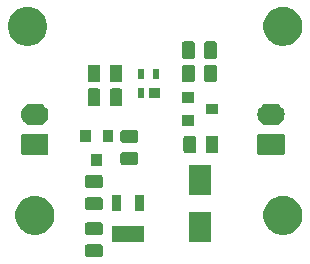
<source format=gbr>
G04 #@! TF.GenerationSoftware,KiCad,Pcbnew,(5.1.5)-3*
G04 #@! TF.CreationDate,2020-06-03T08:16:44+02:00*
G04 #@! TF.ProjectId,LowBatAlarm,4c6f7742-6174-4416-9c61-726d2e6b6963,rev?*
G04 #@! TF.SameCoordinates,Original*
G04 #@! TF.FileFunction,Soldermask,Top*
G04 #@! TF.FilePolarity,Negative*
%FSLAX46Y46*%
G04 Gerber Fmt 4.6, Leading zero omitted, Abs format (unit mm)*
G04 Created by KiCad (PCBNEW (5.1.5)-3) date 2020-06-03 08:16:44*
%MOMM*%
%LPD*%
G04 APERTURE LIST*
%ADD10C,0.100000*%
G04 APERTURE END LIST*
D10*
G36*
X134584468Y-108466065D02*
G01*
X134623138Y-108477796D01*
X134658777Y-108496846D01*
X134690017Y-108522483D01*
X134715654Y-108553723D01*
X134734704Y-108589362D01*
X134746435Y-108628032D01*
X134751000Y-108674388D01*
X134751000Y-109325612D01*
X134746435Y-109371968D01*
X134734704Y-109410638D01*
X134715654Y-109446277D01*
X134690017Y-109477517D01*
X134658777Y-109503154D01*
X134623138Y-109522204D01*
X134584468Y-109533935D01*
X134538112Y-109538500D01*
X133461888Y-109538500D01*
X133415532Y-109533935D01*
X133376862Y-109522204D01*
X133341223Y-109503154D01*
X133309983Y-109477517D01*
X133284346Y-109446277D01*
X133265296Y-109410638D01*
X133253565Y-109371968D01*
X133249000Y-109325612D01*
X133249000Y-108674388D01*
X133253565Y-108628032D01*
X133265296Y-108589362D01*
X133284346Y-108553723D01*
X133309983Y-108522483D01*
X133341223Y-108496846D01*
X133376862Y-108477796D01*
X133415532Y-108466065D01*
X133461888Y-108461500D01*
X134538112Y-108461500D01*
X134584468Y-108466065D01*
G37*
G36*
X143951000Y-108301000D02*
G01*
X142049000Y-108301000D01*
X142049000Y-105699000D01*
X143951000Y-105699000D01*
X143951000Y-108301000D01*
G37*
G36*
X138226000Y-108261000D02*
G01*
X135574000Y-108261000D01*
X135574000Y-106939000D01*
X138226000Y-106939000D01*
X138226000Y-108261000D01*
G37*
G36*
X134584468Y-106591065D02*
G01*
X134623138Y-106602796D01*
X134658777Y-106621846D01*
X134690017Y-106647483D01*
X134715654Y-106678723D01*
X134734704Y-106714362D01*
X134746435Y-106753032D01*
X134751000Y-106799388D01*
X134751000Y-107450612D01*
X134746435Y-107496968D01*
X134734704Y-107535638D01*
X134715654Y-107571277D01*
X134690017Y-107602517D01*
X134658777Y-107628154D01*
X134623138Y-107647204D01*
X134584468Y-107658935D01*
X134538112Y-107663500D01*
X133461888Y-107663500D01*
X133415532Y-107658935D01*
X133376862Y-107647204D01*
X133341223Y-107628154D01*
X133309983Y-107602517D01*
X133284346Y-107571277D01*
X133265296Y-107535638D01*
X133253565Y-107496968D01*
X133249000Y-107450612D01*
X133249000Y-106799388D01*
X133253565Y-106753032D01*
X133265296Y-106714362D01*
X133284346Y-106678723D01*
X133309983Y-106647483D01*
X133341223Y-106621846D01*
X133376862Y-106602796D01*
X133415532Y-106591065D01*
X133461888Y-106586500D01*
X134538112Y-106586500D01*
X134584468Y-106591065D01*
G37*
G36*
X129375256Y-104391298D02*
G01*
X129481579Y-104412447D01*
X129782042Y-104536903D01*
X130052451Y-104717585D01*
X130282415Y-104947549D01*
X130463097Y-105217958D01*
X130587553Y-105518421D01*
X130651000Y-105837391D01*
X130651000Y-106162609D01*
X130587553Y-106481579D01*
X130463097Y-106782042D01*
X130282415Y-107052451D01*
X130052451Y-107282415D01*
X129782042Y-107463097D01*
X129481579Y-107587553D01*
X129406350Y-107602517D01*
X129162611Y-107651000D01*
X128837389Y-107651000D01*
X128593650Y-107602517D01*
X128518421Y-107587553D01*
X128217958Y-107463097D01*
X127947549Y-107282415D01*
X127717585Y-107052451D01*
X127536903Y-106782042D01*
X127412447Y-106481579D01*
X127349000Y-106162609D01*
X127349000Y-105837391D01*
X127412447Y-105518421D01*
X127536903Y-105217958D01*
X127717585Y-104947549D01*
X127947549Y-104717585D01*
X128217958Y-104536903D01*
X128518421Y-104412447D01*
X128624744Y-104391298D01*
X128837389Y-104349000D01*
X129162611Y-104349000D01*
X129375256Y-104391298D01*
G37*
G36*
X150375256Y-104391298D02*
G01*
X150481579Y-104412447D01*
X150782042Y-104536903D01*
X151052451Y-104717585D01*
X151282415Y-104947549D01*
X151463097Y-105217958D01*
X151587553Y-105518421D01*
X151651000Y-105837391D01*
X151651000Y-106162609D01*
X151587553Y-106481579D01*
X151463097Y-106782042D01*
X151282415Y-107052451D01*
X151052451Y-107282415D01*
X150782042Y-107463097D01*
X150481579Y-107587553D01*
X150406350Y-107602517D01*
X150162611Y-107651000D01*
X149837389Y-107651000D01*
X149593650Y-107602517D01*
X149518421Y-107587553D01*
X149217958Y-107463097D01*
X148947549Y-107282415D01*
X148717585Y-107052451D01*
X148536903Y-106782042D01*
X148412447Y-106481579D01*
X148349000Y-106162609D01*
X148349000Y-105837391D01*
X148412447Y-105518421D01*
X148536903Y-105217958D01*
X148717585Y-104947549D01*
X148947549Y-104717585D01*
X149217958Y-104536903D01*
X149518421Y-104412447D01*
X149624744Y-104391298D01*
X149837389Y-104349000D01*
X150162611Y-104349000D01*
X150375256Y-104391298D01*
G37*
G36*
X136326000Y-105641000D02*
G01*
X135574000Y-105641000D01*
X135574000Y-104319000D01*
X136326000Y-104319000D01*
X136326000Y-105641000D01*
G37*
G36*
X138226000Y-105641000D02*
G01*
X137474000Y-105641000D01*
X137474000Y-104319000D01*
X138226000Y-104319000D01*
X138226000Y-105641000D01*
G37*
G36*
X134584468Y-104466065D02*
G01*
X134623138Y-104477796D01*
X134658777Y-104496846D01*
X134690017Y-104522483D01*
X134715654Y-104553723D01*
X134734704Y-104589362D01*
X134746435Y-104628032D01*
X134751000Y-104674388D01*
X134751000Y-105325612D01*
X134746435Y-105371968D01*
X134734704Y-105410638D01*
X134715654Y-105446277D01*
X134690017Y-105477517D01*
X134658777Y-105503154D01*
X134623138Y-105522204D01*
X134584468Y-105533935D01*
X134538112Y-105538500D01*
X133461888Y-105538500D01*
X133415532Y-105533935D01*
X133376862Y-105522204D01*
X133341223Y-105503154D01*
X133309983Y-105477517D01*
X133284346Y-105446277D01*
X133265296Y-105410638D01*
X133253565Y-105371968D01*
X133249000Y-105325612D01*
X133249000Y-104674388D01*
X133253565Y-104628032D01*
X133265296Y-104589362D01*
X133284346Y-104553723D01*
X133309983Y-104522483D01*
X133341223Y-104496846D01*
X133376862Y-104477796D01*
X133415532Y-104466065D01*
X133461888Y-104461500D01*
X134538112Y-104461500D01*
X134584468Y-104466065D01*
G37*
G36*
X143951000Y-104301000D02*
G01*
X142049000Y-104301000D01*
X142049000Y-101699000D01*
X143951000Y-101699000D01*
X143951000Y-104301000D01*
G37*
G36*
X134584468Y-102591065D02*
G01*
X134623138Y-102602796D01*
X134658777Y-102621846D01*
X134690017Y-102647483D01*
X134715654Y-102678723D01*
X134734704Y-102714362D01*
X134746435Y-102753032D01*
X134751000Y-102799388D01*
X134751000Y-103450612D01*
X134746435Y-103496968D01*
X134734704Y-103535638D01*
X134715654Y-103571277D01*
X134690017Y-103602517D01*
X134658777Y-103628154D01*
X134623138Y-103647204D01*
X134584468Y-103658935D01*
X134538112Y-103663500D01*
X133461888Y-103663500D01*
X133415532Y-103658935D01*
X133376862Y-103647204D01*
X133341223Y-103628154D01*
X133309983Y-103602517D01*
X133284346Y-103571277D01*
X133265296Y-103535638D01*
X133253565Y-103496968D01*
X133249000Y-103450612D01*
X133249000Y-102799388D01*
X133253565Y-102753032D01*
X133265296Y-102714362D01*
X133284346Y-102678723D01*
X133309983Y-102647483D01*
X133341223Y-102621846D01*
X133376862Y-102602796D01*
X133415532Y-102591065D01*
X133461888Y-102586500D01*
X134538112Y-102586500D01*
X134584468Y-102591065D01*
G37*
G36*
X134701000Y-101801000D02*
G01*
X133799000Y-101801000D01*
X133799000Y-100799000D01*
X134701000Y-100799000D01*
X134701000Y-101801000D01*
G37*
G36*
X137584468Y-100666065D02*
G01*
X137623138Y-100677796D01*
X137658777Y-100696846D01*
X137690017Y-100722483D01*
X137715654Y-100753723D01*
X137734704Y-100789362D01*
X137746435Y-100828032D01*
X137751000Y-100874388D01*
X137751000Y-101525612D01*
X137746435Y-101571968D01*
X137734704Y-101610638D01*
X137715654Y-101646277D01*
X137690017Y-101677517D01*
X137658777Y-101703154D01*
X137623138Y-101722204D01*
X137584468Y-101733935D01*
X137538112Y-101738500D01*
X136461888Y-101738500D01*
X136415532Y-101733935D01*
X136376862Y-101722204D01*
X136341223Y-101703154D01*
X136309983Y-101677517D01*
X136284346Y-101646277D01*
X136265296Y-101610638D01*
X136253565Y-101571968D01*
X136249000Y-101525612D01*
X136249000Y-100874388D01*
X136253565Y-100828032D01*
X136265296Y-100789362D01*
X136284346Y-100753723D01*
X136309983Y-100722483D01*
X136341223Y-100696846D01*
X136376862Y-100677796D01*
X136415532Y-100666065D01*
X136461888Y-100661500D01*
X137538112Y-100661500D01*
X137584468Y-100666065D01*
G37*
G36*
X130009561Y-99082966D02*
G01*
X130042383Y-99092923D01*
X130072632Y-99109092D01*
X130099148Y-99130852D01*
X130120908Y-99157368D01*
X130137077Y-99187617D01*
X130147034Y-99220439D01*
X130151000Y-99260713D01*
X130151000Y-100739287D01*
X130147034Y-100779561D01*
X130137077Y-100812383D01*
X130120908Y-100842632D01*
X130099148Y-100869148D01*
X130072632Y-100890908D01*
X130042383Y-100907077D01*
X130009561Y-100917034D01*
X129969287Y-100921000D01*
X128030713Y-100921000D01*
X127990439Y-100917034D01*
X127957617Y-100907077D01*
X127927368Y-100890908D01*
X127900852Y-100869148D01*
X127879092Y-100842632D01*
X127862923Y-100812383D01*
X127852966Y-100779561D01*
X127849000Y-100739287D01*
X127849000Y-99260713D01*
X127852966Y-99220439D01*
X127862923Y-99187617D01*
X127879092Y-99157368D01*
X127900852Y-99130852D01*
X127927368Y-99109092D01*
X127957617Y-99092923D01*
X127990439Y-99082966D01*
X128030713Y-99079000D01*
X129969287Y-99079000D01*
X130009561Y-99082966D01*
G37*
G36*
X150009561Y-99082966D02*
G01*
X150042383Y-99092923D01*
X150072632Y-99109092D01*
X150099148Y-99130852D01*
X150120908Y-99157368D01*
X150137077Y-99187617D01*
X150147034Y-99220439D01*
X150151000Y-99260713D01*
X150151000Y-100739287D01*
X150147034Y-100779561D01*
X150137077Y-100812383D01*
X150120908Y-100842632D01*
X150099148Y-100869148D01*
X150072632Y-100890908D01*
X150042383Y-100907077D01*
X150009561Y-100917034D01*
X149969287Y-100921000D01*
X148030713Y-100921000D01*
X147990439Y-100917034D01*
X147957617Y-100907077D01*
X147927368Y-100890908D01*
X147900852Y-100869148D01*
X147879092Y-100842632D01*
X147862923Y-100812383D01*
X147852966Y-100779561D01*
X147849000Y-100739287D01*
X147849000Y-99260713D01*
X147852966Y-99220439D01*
X147862923Y-99187617D01*
X147879092Y-99157368D01*
X147900852Y-99130852D01*
X147927368Y-99109092D01*
X147957617Y-99092923D01*
X147990439Y-99082966D01*
X148030713Y-99079000D01*
X149969287Y-99079000D01*
X150009561Y-99082966D01*
G37*
G36*
X144371968Y-99253565D02*
G01*
X144410638Y-99265296D01*
X144446277Y-99284346D01*
X144477517Y-99309983D01*
X144503154Y-99341223D01*
X144522204Y-99376862D01*
X144533935Y-99415532D01*
X144538500Y-99461888D01*
X144538500Y-100538112D01*
X144533935Y-100584468D01*
X144522204Y-100623138D01*
X144503154Y-100658777D01*
X144477517Y-100690017D01*
X144446277Y-100715654D01*
X144410638Y-100734704D01*
X144371968Y-100746435D01*
X144325612Y-100751000D01*
X143674388Y-100751000D01*
X143628032Y-100746435D01*
X143589362Y-100734704D01*
X143553723Y-100715654D01*
X143522483Y-100690017D01*
X143496846Y-100658777D01*
X143477796Y-100623138D01*
X143466065Y-100584468D01*
X143461500Y-100538112D01*
X143461500Y-99461888D01*
X143466065Y-99415532D01*
X143477796Y-99376862D01*
X143496846Y-99341223D01*
X143522483Y-99309983D01*
X143553723Y-99284346D01*
X143589362Y-99265296D01*
X143628032Y-99253565D01*
X143674388Y-99249000D01*
X144325612Y-99249000D01*
X144371968Y-99253565D01*
G37*
G36*
X142496968Y-99253565D02*
G01*
X142535638Y-99265296D01*
X142571277Y-99284346D01*
X142602517Y-99309983D01*
X142628154Y-99341223D01*
X142647204Y-99376862D01*
X142658935Y-99415532D01*
X142663500Y-99461888D01*
X142663500Y-100538112D01*
X142658935Y-100584468D01*
X142647204Y-100623138D01*
X142628154Y-100658777D01*
X142602517Y-100690017D01*
X142571277Y-100715654D01*
X142535638Y-100734704D01*
X142496968Y-100746435D01*
X142450612Y-100751000D01*
X141799388Y-100751000D01*
X141753032Y-100746435D01*
X141714362Y-100734704D01*
X141678723Y-100715654D01*
X141647483Y-100690017D01*
X141621846Y-100658777D01*
X141602796Y-100623138D01*
X141591065Y-100584468D01*
X141586500Y-100538112D01*
X141586500Y-99461888D01*
X141591065Y-99415532D01*
X141602796Y-99376862D01*
X141621846Y-99341223D01*
X141647483Y-99309983D01*
X141678723Y-99284346D01*
X141714362Y-99265296D01*
X141753032Y-99253565D01*
X141799388Y-99249000D01*
X142450612Y-99249000D01*
X142496968Y-99253565D01*
G37*
G36*
X137584468Y-98791065D02*
G01*
X137623138Y-98802796D01*
X137658777Y-98821846D01*
X137690017Y-98847483D01*
X137715654Y-98878723D01*
X137734704Y-98914362D01*
X137746435Y-98953032D01*
X137751000Y-98999388D01*
X137751000Y-99650612D01*
X137746435Y-99696968D01*
X137734704Y-99735638D01*
X137715654Y-99771277D01*
X137690017Y-99802517D01*
X137658777Y-99828154D01*
X137623138Y-99847204D01*
X137584468Y-99858935D01*
X137538112Y-99863500D01*
X136461888Y-99863500D01*
X136415532Y-99858935D01*
X136376862Y-99847204D01*
X136341223Y-99828154D01*
X136309983Y-99802517D01*
X136284346Y-99771277D01*
X136265296Y-99735638D01*
X136253565Y-99696968D01*
X136249000Y-99650612D01*
X136249000Y-98999388D01*
X136253565Y-98953032D01*
X136265296Y-98914362D01*
X136284346Y-98878723D01*
X136309983Y-98847483D01*
X136341223Y-98821846D01*
X136376862Y-98802796D01*
X136415532Y-98791065D01*
X136461888Y-98786500D01*
X137538112Y-98786500D01*
X137584468Y-98791065D01*
G37*
G36*
X135651000Y-99801000D02*
G01*
X134749000Y-99801000D01*
X134749000Y-98799000D01*
X135651000Y-98799000D01*
X135651000Y-99801000D01*
G37*
G36*
X133751000Y-99801000D02*
G01*
X132849000Y-99801000D01*
X132849000Y-98799000D01*
X133751000Y-98799000D01*
X133751000Y-99801000D01*
G37*
G36*
X142501000Y-98401000D02*
G01*
X141499000Y-98401000D01*
X141499000Y-97499000D01*
X142501000Y-97499000D01*
X142501000Y-98401000D01*
G37*
G36*
X129320345Y-96543442D02*
G01*
X129410548Y-96552326D01*
X129584157Y-96604990D01*
X129744156Y-96690511D01*
X129787729Y-96726271D01*
X129884397Y-96805603D01*
X129963729Y-96902271D01*
X129999489Y-96945844D01*
X130085010Y-97105843D01*
X130137674Y-97279452D01*
X130155456Y-97460000D01*
X130137674Y-97640548D01*
X130085010Y-97814157D01*
X129999489Y-97974156D01*
X129963729Y-98017729D01*
X129884397Y-98114397D01*
X129787729Y-98193729D01*
X129744156Y-98229489D01*
X129584157Y-98315010D01*
X129410548Y-98367674D01*
X129320345Y-98376558D01*
X129275245Y-98381000D01*
X128724755Y-98381000D01*
X128679655Y-98376558D01*
X128589452Y-98367674D01*
X128415843Y-98315010D01*
X128255844Y-98229489D01*
X128212271Y-98193729D01*
X128115603Y-98114397D01*
X128036271Y-98017729D01*
X128000511Y-97974156D01*
X127914990Y-97814157D01*
X127862326Y-97640548D01*
X127844544Y-97460000D01*
X127862326Y-97279452D01*
X127914990Y-97105843D01*
X128000511Y-96945844D01*
X128036271Y-96902271D01*
X128115603Y-96805603D01*
X128212271Y-96726271D01*
X128255844Y-96690511D01*
X128415843Y-96604990D01*
X128589452Y-96552326D01*
X128679655Y-96543442D01*
X128724755Y-96539000D01*
X129275245Y-96539000D01*
X129320345Y-96543442D01*
G37*
G36*
X149320345Y-96543442D02*
G01*
X149410548Y-96552326D01*
X149584157Y-96604990D01*
X149744156Y-96690511D01*
X149787729Y-96726271D01*
X149884397Y-96805603D01*
X149963729Y-96902271D01*
X149999489Y-96945844D01*
X150085010Y-97105843D01*
X150137674Y-97279452D01*
X150155456Y-97460000D01*
X150137674Y-97640548D01*
X150085010Y-97814157D01*
X149999489Y-97974156D01*
X149963729Y-98017729D01*
X149884397Y-98114397D01*
X149787729Y-98193729D01*
X149744156Y-98229489D01*
X149584157Y-98315010D01*
X149410548Y-98367674D01*
X149320345Y-98376558D01*
X149275245Y-98381000D01*
X148724755Y-98381000D01*
X148679655Y-98376558D01*
X148589452Y-98367674D01*
X148415843Y-98315010D01*
X148255844Y-98229489D01*
X148212271Y-98193729D01*
X148115603Y-98114397D01*
X148036271Y-98017729D01*
X148000511Y-97974156D01*
X147914990Y-97814157D01*
X147862326Y-97640548D01*
X147844544Y-97460000D01*
X147862326Y-97279452D01*
X147914990Y-97105843D01*
X148000511Y-96945844D01*
X148036271Y-96902271D01*
X148115603Y-96805603D01*
X148212271Y-96726271D01*
X148255844Y-96690511D01*
X148415843Y-96604990D01*
X148589452Y-96552326D01*
X148679655Y-96543442D01*
X148724755Y-96539000D01*
X149275245Y-96539000D01*
X149320345Y-96543442D01*
G37*
G36*
X144501000Y-97451000D02*
G01*
X143499000Y-97451000D01*
X143499000Y-96549000D01*
X144501000Y-96549000D01*
X144501000Y-97451000D01*
G37*
G36*
X134371968Y-95253565D02*
G01*
X134410638Y-95265296D01*
X134446277Y-95284346D01*
X134477517Y-95309983D01*
X134503154Y-95341223D01*
X134522204Y-95376862D01*
X134533935Y-95415532D01*
X134538500Y-95461888D01*
X134538500Y-96538112D01*
X134533935Y-96584468D01*
X134522204Y-96623138D01*
X134503154Y-96658777D01*
X134477517Y-96690017D01*
X134446277Y-96715654D01*
X134410638Y-96734704D01*
X134371968Y-96746435D01*
X134325612Y-96751000D01*
X133674388Y-96751000D01*
X133628032Y-96746435D01*
X133589362Y-96734704D01*
X133553723Y-96715654D01*
X133522483Y-96690017D01*
X133496846Y-96658777D01*
X133477796Y-96623138D01*
X133466065Y-96584468D01*
X133461500Y-96538112D01*
X133461500Y-95461888D01*
X133466065Y-95415532D01*
X133477796Y-95376862D01*
X133496846Y-95341223D01*
X133522483Y-95309983D01*
X133553723Y-95284346D01*
X133589362Y-95265296D01*
X133628032Y-95253565D01*
X133674388Y-95249000D01*
X134325612Y-95249000D01*
X134371968Y-95253565D01*
G37*
G36*
X136246968Y-95253565D02*
G01*
X136285638Y-95265296D01*
X136321277Y-95284346D01*
X136352517Y-95309983D01*
X136378154Y-95341223D01*
X136397204Y-95376862D01*
X136408935Y-95415532D01*
X136413500Y-95461888D01*
X136413500Y-96538112D01*
X136408935Y-96584468D01*
X136397204Y-96623138D01*
X136378154Y-96658777D01*
X136352517Y-96690017D01*
X136321277Y-96715654D01*
X136285638Y-96734704D01*
X136246968Y-96746435D01*
X136200612Y-96751000D01*
X135549388Y-96751000D01*
X135503032Y-96746435D01*
X135464362Y-96734704D01*
X135428723Y-96715654D01*
X135397483Y-96690017D01*
X135371846Y-96658777D01*
X135352796Y-96623138D01*
X135341065Y-96584468D01*
X135336500Y-96538112D01*
X135336500Y-95461888D01*
X135341065Y-95415532D01*
X135352796Y-95376862D01*
X135371846Y-95341223D01*
X135397483Y-95309983D01*
X135428723Y-95284346D01*
X135464362Y-95265296D01*
X135503032Y-95253565D01*
X135549388Y-95249000D01*
X136200612Y-95249000D01*
X136246968Y-95253565D01*
G37*
G36*
X142501000Y-96501000D02*
G01*
X141499000Y-96501000D01*
X141499000Y-95599000D01*
X142501000Y-95599000D01*
X142501000Y-96501000D01*
G37*
G36*
X138251000Y-96076000D02*
G01*
X137749000Y-96076000D01*
X137749000Y-95224000D01*
X138251000Y-95224000D01*
X138251000Y-96076000D01*
G37*
G36*
X139601000Y-96076000D02*
G01*
X138699000Y-96076000D01*
X138699000Y-95224000D01*
X139601000Y-95224000D01*
X139601000Y-96076000D01*
G37*
G36*
X136246968Y-93253565D02*
G01*
X136285638Y-93265296D01*
X136321277Y-93284346D01*
X136352517Y-93309983D01*
X136378154Y-93341223D01*
X136397204Y-93376862D01*
X136408935Y-93415532D01*
X136413500Y-93461888D01*
X136413500Y-94538112D01*
X136408935Y-94584468D01*
X136397204Y-94623138D01*
X136378154Y-94658777D01*
X136352517Y-94690017D01*
X136321277Y-94715654D01*
X136285638Y-94734704D01*
X136246968Y-94746435D01*
X136200612Y-94751000D01*
X135549388Y-94751000D01*
X135503032Y-94746435D01*
X135464362Y-94734704D01*
X135428723Y-94715654D01*
X135397483Y-94690017D01*
X135371846Y-94658777D01*
X135352796Y-94623138D01*
X135341065Y-94584468D01*
X135336500Y-94538112D01*
X135336500Y-93461888D01*
X135341065Y-93415532D01*
X135352796Y-93376862D01*
X135371846Y-93341223D01*
X135397483Y-93309983D01*
X135428723Y-93284346D01*
X135464362Y-93265296D01*
X135503032Y-93253565D01*
X135549388Y-93249000D01*
X136200612Y-93249000D01*
X136246968Y-93253565D01*
G37*
G36*
X134371968Y-93253565D02*
G01*
X134410638Y-93265296D01*
X134446277Y-93284346D01*
X134477517Y-93309983D01*
X134503154Y-93341223D01*
X134522204Y-93376862D01*
X134533935Y-93415532D01*
X134538500Y-93461888D01*
X134538500Y-94538112D01*
X134533935Y-94584468D01*
X134522204Y-94623138D01*
X134503154Y-94658777D01*
X134477517Y-94690017D01*
X134446277Y-94715654D01*
X134410638Y-94734704D01*
X134371968Y-94746435D01*
X134325612Y-94751000D01*
X133674388Y-94751000D01*
X133628032Y-94746435D01*
X133589362Y-94734704D01*
X133553723Y-94715654D01*
X133522483Y-94690017D01*
X133496846Y-94658777D01*
X133477796Y-94623138D01*
X133466065Y-94584468D01*
X133461500Y-94538112D01*
X133461500Y-93461888D01*
X133466065Y-93415532D01*
X133477796Y-93376862D01*
X133496846Y-93341223D01*
X133522483Y-93309983D01*
X133553723Y-93284346D01*
X133589362Y-93265296D01*
X133628032Y-93253565D01*
X133674388Y-93249000D01*
X134325612Y-93249000D01*
X134371968Y-93253565D01*
G37*
G36*
X142371968Y-93253565D02*
G01*
X142410638Y-93265296D01*
X142446277Y-93284346D01*
X142477517Y-93309983D01*
X142503154Y-93341223D01*
X142522204Y-93376862D01*
X142533935Y-93415532D01*
X142538500Y-93461888D01*
X142538500Y-94538112D01*
X142533935Y-94584468D01*
X142522204Y-94623138D01*
X142503154Y-94658777D01*
X142477517Y-94690017D01*
X142446277Y-94715654D01*
X142410638Y-94734704D01*
X142371968Y-94746435D01*
X142325612Y-94751000D01*
X141674388Y-94751000D01*
X141628032Y-94746435D01*
X141589362Y-94734704D01*
X141553723Y-94715654D01*
X141522483Y-94690017D01*
X141496846Y-94658777D01*
X141477796Y-94623138D01*
X141466065Y-94584468D01*
X141461500Y-94538112D01*
X141461500Y-93461888D01*
X141466065Y-93415532D01*
X141477796Y-93376862D01*
X141496846Y-93341223D01*
X141522483Y-93309983D01*
X141553723Y-93284346D01*
X141589362Y-93265296D01*
X141628032Y-93253565D01*
X141674388Y-93249000D01*
X142325612Y-93249000D01*
X142371968Y-93253565D01*
G37*
G36*
X144246968Y-93253565D02*
G01*
X144285638Y-93265296D01*
X144321277Y-93284346D01*
X144352517Y-93309983D01*
X144378154Y-93341223D01*
X144397204Y-93376862D01*
X144408935Y-93415532D01*
X144413500Y-93461888D01*
X144413500Y-94538112D01*
X144408935Y-94584468D01*
X144397204Y-94623138D01*
X144378154Y-94658777D01*
X144352517Y-94690017D01*
X144321277Y-94715654D01*
X144285638Y-94734704D01*
X144246968Y-94746435D01*
X144200612Y-94751000D01*
X143549388Y-94751000D01*
X143503032Y-94746435D01*
X143464362Y-94734704D01*
X143428723Y-94715654D01*
X143397483Y-94690017D01*
X143371846Y-94658777D01*
X143352796Y-94623138D01*
X143341065Y-94584468D01*
X143336500Y-94538112D01*
X143336500Y-93461888D01*
X143341065Y-93415532D01*
X143352796Y-93376862D01*
X143371846Y-93341223D01*
X143397483Y-93309983D01*
X143428723Y-93284346D01*
X143464362Y-93265296D01*
X143503032Y-93253565D01*
X143549388Y-93249000D01*
X144200612Y-93249000D01*
X144246968Y-93253565D01*
G37*
G36*
X138251000Y-94426000D02*
G01*
X137749000Y-94426000D01*
X137749000Y-93574000D01*
X138251000Y-93574000D01*
X138251000Y-94426000D01*
G37*
G36*
X139551000Y-94426000D02*
G01*
X139049000Y-94426000D01*
X139049000Y-93574000D01*
X139551000Y-93574000D01*
X139551000Y-94426000D01*
G37*
G36*
X142371968Y-91253565D02*
G01*
X142410638Y-91265296D01*
X142446277Y-91284346D01*
X142477517Y-91309983D01*
X142503154Y-91341223D01*
X142522204Y-91376862D01*
X142533935Y-91415532D01*
X142538500Y-91461888D01*
X142538500Y-92538112D01*
X142533935Y-92584468D01*
X142522204Y-92623138D01*
X142503154Y-92658777D01*
X142477517Y-92690017D01*
X142446277Y-92715654D01*
X142410638Y-92734704D01*
X142371968Y-92746435D01*
X142325612Y-92751000D01*
X141674388Y-92751000D01*
X141628032Y-92746435D01*
X141589362Y-92734704D01*
X141553723Y-92715654D01*
X141522483Y-92690017D01*
X141496846Y-92658777D01*
X141477796Y-92623138D01*
X141466065Y-92584468D01*
X141461500Y-92538112D01*
X141461500Y-91461888D01*
X141466065Y-91415532D01*
X141477796Y-91376862D01*
X141496846Y-91341223D01*
X141522483Y-91309983D01*
X141553723Y-91284346D01*
X141589362Y-91265296D01*
X141628032Y-91253565D01*
X141674388Y-91249000D01*
X142325612Y-91249000D01*
X142371968Y-91253565D01*
G37*
G36*
X144246968Y-91253565D02*
G01*
X144285638Y-91265296D01*
X144321277Y-91284346D01*
X144352517Y-91309983D01*
X144378154Y-91341223D01*
X144397204Y-91376862D01*
X144408935Y-91415532D01*
X144413500Y-91461888D01*
X144413500Y-92538112D01*
X144408935Y-92584468D01*
X144397204Y-92623138D01*
X144378154Y-92658777D01*
X144352517Y-92690017D01*
X144321277Y-92715654D01*
X144285638Y-92734704D01*
X144246968Y-92746435D01*
X144200612Y-92751000D01*
X143549388Y-92751000D01*
X143503032Y-92746435D01*
X143464362Y-92734704D01*
X143428723Y-92715654D01*
X143397483Y-92690017D01*
X143371846Y-92658777D01*
X143352796Y-92623138D01*
X143341065Y-92584468D01*
X143336500Y-92538112D01*
X143336500Y-91461888D01*
X143341065Y-91415532D01*
X143352796Y-91376862D01*
X143371846Y-91341223D01*
X143397483Y-91309983D01*
X143428723Y-91284346D01*
X143464362Y-91265296D01*
X143503032Y-91253565D01*
X143549388Y-91249000D01*
X144200612Y-91249000D01*
X144246968Y-91253565D01*
G37*
G36*
X128755256Y-88391298D02*
G01*
X128861579Y-88412447D01*
X129162042Y-88536903D01*
X129432451Y-88717585D01*
X129662415Y-88947549D01*
X129843097Y-89217958D01*
X129967553Y-89518421D01*
X130031000Y-89837391D01*
X130031000Y-90162609D01*
X129967553Y-90481579D01*
X129843097Y-90782042D01*
X129662415Y-91052451D01*
X129432451Y-91282415D01*
X129162042Y-91463097D01*
X128861579Y-91587553D01*
X128755256Y-91608702D01*
X128542611Y-91651000D01*
X128217389Y-91651000D01*
X128004744Y-91608702D01*
X127898421Y-91587553D01*
X127597958Y-91463097D01*
X127327549Y-91282415D01*
X127097585Y-91052451D01*
X126916903Y-90782042D01*
X126792447Y-90481579D01*
X126729000Y-90162609D01*
X126729000Y-89837391D01*
X126792447Y-89518421D01*
X126916903Y-89217958D01*
X127097585Y-88947549D01*
X127327549Y-88717585D01*
X127597958Y-88536903D01*
X127898421Y-88412447D01*
X128004744Y-88391298D01*
X128217389Y-88349000D01*
X128542611Y-88349000D01*
X128755256Y-88391298D01*
G37*
G36*
X150375256Y-88391298D02*
G01*
X150481579Y-88412447D01*
X150782042Y-88536903D01*
X151052451Y-88717585D01*
X151282415Y-88947549D01*
X151463097Y-89217958D01*
X151587553Y-89518421D01*
X151651000Y-89837391D01*
X151651000Y-90162609D01*
X151587553Y-90481579D01*
X151463097Y-90782042D01*
X151282415Y-91052451D01*
X151052451Y-91282415D01*
X150782042Y-91463097D01*
X150481579Y-91587553D01*
X150375256Y-91608702D01*
X150162611Y-91651000D01*
X149837389Y-91651000D01*
X149624744Y-91608702D01*
X149518421Y-91587553D01*
X149217958Y-91463097D01*
X148947549Y-91282415D01*
X148717585Y-91052451D01*
X148536903Y-90782042D01*
X148412447Y-90481579D01*
X148349000Y-90162609D01*
X148349000Y-89837391D01*
X148412447Y-89518421D01*
X148536903Y-89217958D01*
X148717585Y-88947549D01*
X148947549Y-88717585D01*
X149217958Y-88536903D01*
X149518421Y-88412447D01*
X149624744Y-88391298D01*
X149837389Y-88349000D01*
X150162611Y-88349000D01*
X150375256Y-88391298D01*
G37*
M02*

</source>
